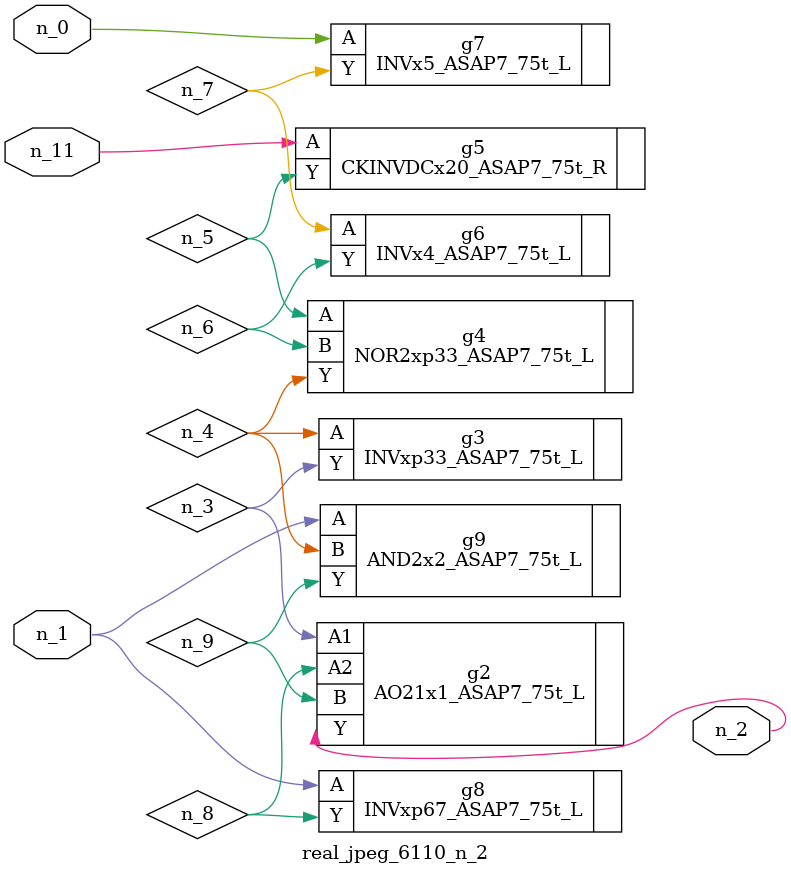
<source format=v>
module real_jpeg_6110_n_2 (n_1, n_11, n_0, n_2);

input n_1;
input n_11;
input n_0;

output n_2;

wire n_5;
wire n_8;
wire n_4;
wire n_6;
wire n_7;
wire n_3;
wire n_9;

INVx5_ASAP7_75t_L g7 ( 
.A(n_0),
.Y(n_7)
);

INVxp67_ASAP7_75t_L g8 ( 
.A(n_1),
.Y(n_8)
);

AND2x2_ASAP7_75t_L g9 ( 
.A(n_1),
.B(n_4),
.Y(n_9)
);

AO21x1_ASAP7_75t_L g2 ( 
.A1(n_3),
.A2(n_8),
.B(n_9),
.Y(n_2)
);

INVxp33_ASAP7_75t_L g3 ( 
.A(n_4),
.Y(n_3)
);

NOR2xp33_ASAP7_75t_L g4 ( 
.A(n_5),
.B(n_6),
.Y(n_4)
);

INVx4_ASAP7_75t_L g6 ( 
.A(n_7),
.Y(n_6)
);

CKINVDCx20_ASAP7_75t_R g5 ( 
.A(n_11),
.Y(n_5)
);


endmodule
</source>
